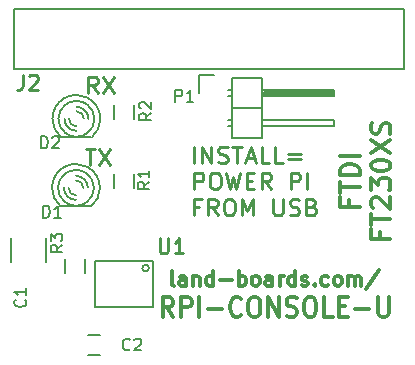
<source format=gto>
G04 #@! TF.FileFunction,Legend,Top*
%FSLAX46Y46*%
G04 Gerber Fmt 4.6, Leading zero omitted, Abs format (unit mm)*
G04 Created by KiCad (PCBNEW (after 2015-mar-04 BZR unknown)-product) date 12/20/2015 2:42:08 PM*
%MOMM*%
G01*
G04 APERTURE LIST*
%ADD10C,0.150000*%
%ADD11C,0.254000*%
%ADD12C,0.300000*%
%ADD13C,0.127000*%
%ADD14C,0.203200*%
G04 APERTURE END LIST*
D10*
D11*
X6663048Y-12424976D02*
X7461333Y-12424976D01*
X7062190Y-13821976D02*
X7062190Y-12424976D01*
X7793952Y-12424976D02*
X8725286Y-13821976D01*
X8725286Y-12424976D02*
X7793952Y-13821976D01*
X7680905Y-7721976D02*
X7215238Y-7056738D01*
X6882619Y-7721976D02*
X6882619Y-6324976D01*
X7414810Y-6324976D01*
X7547857Y-6391500D01*
X7614381Y-6458024D01*
X7680905Y-6591071D01*
X7680905Y-6790643D01*
X7614381Y-6923690D01*
X7547857Y-6990214D01*
X7414810Y-7056738D01*
X6882619Y-7056738D01*
X8146571Y-6324976D02*
X9077905Y-7721976D01*
X9077905Y-6324976D02*
X8146571Y-7721976D01*
D12*
X28996371Y-16791690D02*
X28996371Y-17342024D01*
X29861181Y-17342024D02*
X28210181Y-17342024D01*
X28210181Y-16555833D01*
X28210181Y-16162738D02*
X28210181Y-15219309D01*
X29861181Y-15691024D02*
X28210181Y-15691024D01*
X29861181Y-14668976D02*
X28210181Y-14668976D01*
X28210181Y-14275881D01*
X28288800Y-14040023D01*
X28446038Y-13882785D01*
X28603276Y-13804166D01*
X28917752Y-13725547D01*
X29153610Y-13725547D01*
X29468086Y-13804166D01*
X29625324Y-13882785D01*
X29782562Y-14040023D01*
X29861181Y-14275881D01*
X29861181Y-14668976D01*
X29861181Y-13017976D02*
X28210181Y-13017976D01*
X31607771Y-19504047D02*
X31607771Y-20054381D01*
X32472581Y-20054381D02*
X30821581Y-20054381D01*
X30821581Y-19268190D01*
X30821581Y-18875095D02*
X30821581Y-17931666D01*
X32472581Y-18403381D02*
X30821581Y-18403381D01*
X30978819Y-17459952D02*
X30900200Y-17381333D01*
X30821581Y-17224095D01*
X30821581Y-16830999D01*
X30900200Y-16673761D01*
X30978819Y-16595142D01*
X31136057Y-16516523D01*
X31293295Y-16516523D01*
X31529152Y-16595142D01*
X32472581Y-17538571D01*
X32472581Y-16516523D01*
X30821581Y-15966190D02*
X30821581Y-14944142D01*
X31450533Y-15494476D01*
X31450533Y-15258618D01*
X31529152Y-15101380D01*
X31607771Y-15022761D01*
X31765010Y-14944142D01*
X32158105Y-14944142D01*
X32315343Y-15022761D01*
X32393962Y-15101380D01*
X32472581Y-15258618D01*
X32472581Y-15730333D01*
X32393962Y-15887571D01*
X32315343Y-15966190D01*
X30821581Y-13922095D02*
X30821581Y-13764856D01*
X30900200Y-13607618D01*
X30978819Y-13528999D01*
X31136057Y-13450380D01*
X31450533Y-13371761D01*
X31843629Y-13371761D01*
X32158105Y-13450380D01*
X32315343Y-13528999D01*
X32393962Y-13607618D01*
X32472581Y-13764856D01*
X32472581Y-13922095D01*
X32393962Y-14079333D01*
X32315343Y-14157952D01*
X32158105Y-14236571D01*
X31843629Y-14315190D01*
X31450533Y-14315190D01*
X31136057Y-14236571D01*
X30978819Y-14157952D01*
X30900200Y-14079333D01*
X30821581Y-13922095D01*
X30821581Y-12821428D02*
X32472581Y-11720761D01*
X30821581Y-11720761D02*
X32472581Y-12821428D01*
X32393962Y-11170428D02*
X32472581Y-10934571D01*
X32472581Y-10541475D01*
X32393962Y-10384237D01*
X32315343Y-10305618D01*
X32158105Y-10226999D01*
X32000867Y-10226999D01*
X31843629Y-10305618D01*
X31765010Y-10384237D01*
X31686390Y-10541475D01*
X31607771Y-10855952D01*
X31529152Y-11013190D01*
X31450533Y-11091809D01*
X31293295Y-11170428D01*
X31136057Y-11170428D01*
X30978819Y-11091809D01*
X30900200Y-11013190D01*
X30821581Y-10855952D01*
X30821581Y-10462856D01*
X30900200Y-10226999D01*
D11*
X15832619Y-13652176D02*
X15832619Y-12255176D01*
X16497857Y-13652176D02*
X16497857Y-12255176D01*
X17296143Y-13652176D01*
X17296143Y-12255176D01*
X17894857Y-13585652D02*
X18094429Y-13652176D01*
X18427048Y-13652176D01*
X18560095Y-13585652D01*
X18626619Y-13519129D01*
X18693143Y-13386081D01*
X18693143Y-13253033D01*
X18626619Y-13119986D01*
X18560095Y-13053462D01*
X18427048Y-12986938D01*
X18160952Y-12920414D01*
X18027905Y-12853890D01*
X17961381Y-12787367D01*
X17894857Y-12654319D01*
X17894857Y-12521271D01*
X17961381Y-12388224D01*
X18027905Y-12321700D01*
X18160952Y-12255176D01*
X18493572Y-12255176D01*
X18693143Y-12321700D01*
X19092286Y-12255176D02*
X19890571Y-12255176D01*
X19491428Y-13652176D02*
X19491428Y-12255176D01*
X20289714Y-13253033D02*
X20954952Y-13253033D01*
X20156667Y-13652176D02*
X20622333Y-12255176D01*
X21088000Y-13652176D01*
X22218905Y-13652176D02*
X21553667Y-13652176D01*
X21553667Y-12255176D01*
X23349810Y-13652176D02*
X22684572Y-13652176D01*
X22684572Y-12255176D01*
X23815477Y-12920414D02*
X24879858Y-12920414D01*
X24879858Y-13319557D02*
X23815477Y-13319557D01*
X15832619Y-15861976D02*
X15832619Y-14464976D01*
X16364810Y-14464976D01*
X16497857Y-14531500D01*
X16564381Y-14598024D01*
X16630905Y-14731071D01*
X16630905Y-14930643D01*
X16564381Y-15063690D01*
X16497857Y-15130214D01*
X16364810Y-15196738D01*
X15832619Y-15196738D01*
X17495714Y-14464976D02*
X17761810Y-14464976D01*
X17894857Y-14531500D01*
X18027905Y-14664548D01*
X18094429Y-14930643D01*
X18094429Y-15396310D01*
X18027905Y-15662405D01*
X17894857Y-15795452D01*
X17761810Y-15861976D01*
X17495714Y-15861976D01*
X17362667Y-15795452D01*
X17229619Y-15662405D01*
X17163095Y-15396310D01*
X17163095Y-14930643D01*
X17229619Y-14664548D01*
X17362667Y-14531500D01*
X17495714Y-14464976D01*
X18560095Y-14464976D02*
X18892714Y-15861976D01*
X19158810Y-14864119D01*
X19424905Y-15861976D01*
X19757524Y-14464976D01*
X20289714Y-15130214D02*
X20755381Y-15130214D01*
X20954952Y-15861976D02*
X20289714Y-15861976D01*
X20289714Y-14464976D01*
X20954952Y-14464976D01*
X22351952Y-15861976D02*
X21886285Y-15196738D01*
X21553666Y-15861976D02*
X21553666Y-14464976D01*
X22085857Y-14464976D01*
X22218904Y-14531500D01*
X22285428Y-14598024D01*
X22351952Y-14731071D01*
X22351952Y-14930643D01*
X22285428Y-15063690D01*
X22218904Y-15130214D01*
X22085857Y-15196738D01*
X21553666Y-15196738D01*
X24015047Y-15861976D02*
X24015047Y-14464976D01*
X24547238Y-14464976D01*
X24680285Y-14531500D01*
X24746809Y-14598024D01*
X24813333Y-14731071D01*
X24813333Y-14930643D01*
X24746809Y-15063690D01*
X24680285Y-15130214D01*
X24547238Y-15196738D01*
X24015047Y-15196738D01*
X25412047Y-15861976D02*
X25412047Y-14464976D01*
X16298286Y-17340014D02*
X15832619Y-17340014D01*
X15832619Y-18071776D02*
X15832619Y-16674776D01*
X16497857Y-16674776D01*
X17828334Y-18071776D02*
X17362667Y-17406538D01*
X17030048Y-18071776D02*
X17030048Y-16674776D01*
X17562239Y-16674776D01*
X17695286Y-16741300D01*
X17761810Y-16807824D01*
X17828334Y-16940871D01*
X17828334Y-17140443D01*
X17761810Y-17273490D01*
X17695286Y-17340014D01*
X17562239Y-17406538D01*
X17030048Y-17406538D01*
X18693143Y-16674776D02*
X18959239Y-16674776D01*
X19092286Y-16741300D01*
X19225334Y-16874348D01*
X19291858Y-17140443D01*
X19291858Y-17606110D01*
X19225334Y-17872205D01*
X19092286Y-18005252D01*
X18959239Y-18071776D01*
X18693143Y-18071776D01*
X18560096Y-18005252D01*
X18427048Y-17872205D01*
X18360524Y-17606110D01*
X18360524Y-17140443D01*
X18427048Y-16874348D01*
X18560096Y-16741300D01*
X18693143Y-16674776D01*
X19890572Y-18071776D02*
X19890572Y-16674776D01*
X20356239Y-17672633D01*
X20821905Y-16674776D01*
X20821905Y-18071776D01*
X22551524Y-16674776D02*
X22551524Y-17805681D01*
X22618048Y-17938729D01*
X22684572Y-18005252D01*
X22817619Y-18071776D01*
X23083715Y-18071776D01*
X23216762Y-18005252D01*
X23283286Y-17938729D01*
X23349810Y-17805681D01*
X23349810Y-16674776D01*
X23948524Y-18005252D02*
X24148096Y-18071776D01*
X24480715Y-18071776D01*
X24613762Y-18005252D01*
X24680286Y-17938729D01*
X24746810Y-17805681D01*
X24746810Y-17672633D01*
X24680286Y-17539586D01*
X24613762Y-17473062D01*
X24480715Y-17406538D01*
X24214619Y-17340014D01*
X24081572Y-17273490D01*
X24015048Y-17206967D01*
X23948524Y-17073919D01*
X23948524Y-16940871D01*
X24015048Y-16807824D01*
X24081572Y-16741300D01*
X24214619Y-16674776D01*
X24547239Y-16674776D01*
X24746810Y-16741300D01*
X25811191Y-17340014D02*
X26010762Y-17406538D01*
X26077286Y-17473062D01*
X26143810Y-17606110D01*
X26143810Y-17805681D01*
X26077286Y-17938729D01*
X26010762Y-18005252D01*
X25877715Y-18071776D01*
X25345524Y-18071776D01*
X25345524Y-16674776D01*
X25811191Y-16674776D01*
X25944238Y-16741300D01*
X26010762Y-16807824D01*
X26077286Y-16940871D01*
X26077286Y-17073919D01*
X26010762Y-17206967D01*
X25944238Y-17273490D01*
X25811191Y-17340014D01*
X25345524Y-17340014D01*
D12*
X14133095Y-24044524D02*
X14012142Y-23984048D01*
X13951666Y-23863095D01*
X13951666Y-22774524D01*
X15161190Y-24044524D02*
X15161190Y-23379286D01*
X15100713Y-23258333D01*
X14979761Y-23197857D01*
X14737856Y-23197857D01*
X14616904Y-23258333D01*
X15161190Y-23984048D02*
X15040237Y-24044524D01*
X14737856Y-24044524D01*
X14616904Y-23984048D01*
X14556428Y-23863095D01*
X14556428Y-23742143D01*
X14616904Y-23621190D01*
X14737856Y-23560714D01*
X15040237Y-23560714D01*
X15161190Y-23500238D01*
X15765952Y-23197857D02*
X15765952Y-24044524D01*
X15765952Y-23318810D02*
X15826428Y-23258333D01*
X15947381Y-23197857D01*
X16128809Y-23197857D01*
X16249761Y-23258333D01*
X16310238Y-23379286D01*
X16310238Y-24044524D01*
X17459286Y-24044524D02*
X17459286Y-22774524D01*
X17459286Y-23984048D02*
X17338333Y-24044524D01*
X17096429Y-24044524D01*
X16975476Y-23984048D01*
X16915000Y-23923571D01*
X16854524Y-23802619D01*
X16854524Y-23439762D01*
X16915000Y-23318810D01*
X16975476Y-23258333D01*
X17096429Y-23197857D01*
X17338333Y-23197857D01*
X17459286Y-23258333D01*
X18064048Y-23560714D02*
X19031667Y-23560714D01*
X19636429Y-24044524D02*
X19636429Y-22774524D01*
X19636429Y-23258333D02*
X19757381Y-23197857D01*
X19999286Y-23197857D01*
X20120238Y-23258333D01*
X20180715Y-23318810D01*
X20241191Y-23439762D01*
X20241191Y-23802619D01*
X20180715Y-23923571D01*
X20120238Y-23984048D01*
X19999286Y-24044524D01*
X19757381Y-24044524D01*
X19636429Y-23984048D01*
X20966906Y-24044524D02*
X20845953Y-23984048D01*
X20785477Y-23923571D01*
X20725001Y-23802619D01*
X20725001Y-23439762D01*
X20785477Y-23318810D01*
X20845953Y-23258333D01*
X20966906Y-23197857D01*
X21148334Y-23197857D01*
X21269286Y-23258333D01*
X21329763Y-23318810D01*
X21390239Y-23439762D01*
X21390239Y-23802619D01*
X21329763Y-23923571D01*
X21269286Y-23984048D01*
X21148334Y-24044524D01*
X20966906Y-24044524D01*
X22478811Y-24044524D02*
X22478811Y-23379286D01*
X22418334Y-23258333D01*
X22297382Y-23197857D01*
X22055477Y-23197857D01*
X21934525Y-23258333D01*
X22478811Y-23984048D02*
X22357858Y-24044524D01*
X22055477Y-24044524D01*
X21934525Y-23984048D01*
X21874049Y-23863095D01*
X21874049Y-23742143D01*
X21934525Y-23621190D01*
X22055477Y-23560714D01*
X22357858Y-23560714D01*
X22478811Y-23500238D01*
X23083573Y-24044524D02*
X23083573Y-23197857D01*
X23083573Y-23439762D02*
X23144049Y-23318810D01*
X23204525Y-23258333D01*
X23325478Y-23197857D01*
X23446430Y-23197857D01*
X24414049Y-24044524D02*
X24414049Y-22774524D01*
X24414049Y-23984048D02*
X24293096Y-24044524D01*
X24051192Y-24044524D01*
X23930239Y-23984048D01*
X23869763Y-23923571D01*
X23809287Y-23802619D01*
X23809287Y-23439762D01*
X23869763Y-23318810D01*
X23930239Y-23258333D01*
X24051192Y-23197857D01*
X24293096Y-23197857D01*
X24414049Y-23258333D01*
X24958335Y-23984048D02*
X25079287Y-24044524D01*
X25321192Y-24044524D01*
X25442144Y-23984048D01*
X25502620Y-23863095D01*
X25502620Y-23802619D01*
X25442144Y-23681667D01*
X25321192Y-23621190D01*
X25139763Y-23621190D01*
X25018811Y-23560714D01*
X24958335Y-23439762D01*
X24958335Y-23379286D01*
X25018811Y-23258333D01*
X25139763Y-23197857D01*
X25321192Y-23197857D01*
X25442144Y-23258333D01*
X26046906Y-23923571D02*
X26107382Y-23984048D01*
X26046906Y-24044524D01*
X25986430Y-23984048D01*
X26046906Y-23923571D01*
X26046906Y-24044524D01*
X27195954Y-23984048D02*
X27075001Y-24044524D01*
X26833097Y-24044524D01*
X26712144Y-23984048D01*
X26651668Y-23923571D01*
X26591192Y-23802619D01*
X26591192Y-23439762D01*
X26651668Y-23318810D01*
X26712144Y-23258333D01*
X26833097Y-23197857D01*
X27075001Y-23197857D01*
X27195954Y-23258333D01*
X27921668Y-24044524D02*
X27800715Y-23984048D01*
X27740239Y-23923571D01*
X27679763Y-23802619D01*
X27679763Y-23439762D01*
X27740239Y-23318810D01*
X27800715Y-23258333D01*
X27921668Y-23197857D01*
X28103096Y-23197857D01*
X28224048Y-23258333D01*
X28284525Y-23318810D01*
X28345001Y-23439762D01*
X28345001Y-23802619D01*
X28284525Y-23923571D01*
X28224048Y-23984048D01*
X28103096Y-24044524D01*
X27921668Y-24044524D01*
X28889287Y-24044524D02*
X28889287Y-23197857D01*
X28889287Y-23318810D02*
X28949763Y-23258333D01*
X29070716Y-23197857D01*
X29252144Y-23197857D01*
X29373096Y-23258333D01*
X29433573Y-23379286D01*
X29433573Y-24044524D01*
X29433573Y-23379286D02*
X29494049Y-23258333D01*
X29615001Y-23197857D01*
X29796430Y-23197857D01*
X29917382Y-23258333D01*
X29977858Y-23379286D01*
X29977858Y-24044524D01*
X31489763Y-22714048D02*
X30401191Y-24346905D01*
X14077380Y-26656881D02*
X13560713Y-25870690D01*
X13191666Y-26656881D02*
X13191666Y-25005881D01*
X13782142Y-25005881D01*
X13929761Y-25084500D01*
X14003570Y-25163119D01*
X14077380Y-25320357D01*
X14077380Y-25556214D01*
X14003570Y-25713452D01*
X13929761Y-25792071D01*
X13782142Y-25870690D01*
X13191666Y-25870690D01*
X14741666Y-26656881D02*
X14741666Y-25005881D01*
X15332142Y-25005881D01*
X15479761Y-25084500D01*
X15553570Y-25163119D01*
X15627380Y-25320357D01*
X15627380Y-25556214D01*
X15553570Y-25713452D01*
X15479761Y-25792071D01*
X15332142Y-25870690D01*
X14741666Y-25870690D01*
X16291666Y-26656881D02*
X16291666Y-25005881D01*
X17029761Y-26027929D02*
X18210713Y-26027929D01*
X19834523Y-26499643D02*
X19760713Y-26578262D01*
X19539285Y-26656881D01*
X19391666Y-26656881D01*
X19170237Y-26578262D01*
X19022618Y-26421024D01*
X18948809Y-26263786D01*
X18874999Y-25949310D01*
X18874999Y-25713452D01*
X18948809Y-25398976D01*
X19022618Y-25241738D01*
X19170237Y-25084500D01*
X19391666Y-25005881D01*
X19539285Y-25005881D01*
X19760713Y-25084500D01*
X19834523Y-25163119D01*
X20794047Y-25005881D02*
X21089285Y-25005881D01*
X21236904Y-25084500D01*
X21384523Y-25241738D01*
X21458332Y-25556214D01*
X21458332Y-26106548D01*
X21384523Y-26421024D01*
X21236904Y-26578262D01*
X21089285Y-26656881D01*
X20794047Y-26656881D01*
X20646428Y-26578262D01*
X20498809Y-26421024D01*
X20424999Y-26106548D01*
X20424999Y-25556214D01*
X20498809Y-25241738D01*
X20646428Y-25084500D01*
X20794047Y-25005881D01*
X22122619Y-26656881D02*
X22122619Y-25005881D01*
X23008333Y-26656881D01*
X23008333Y-25005881D01*
X23672619Y-26578262D02*
X23894048Y-26656881D01*
X24263095Y-26656881D01*
X24410714Y-26578262D01*
X24484524Y-26499643D01*
X24558333Y-26342405D01*
X24558333Y-26185167D01*
X24484524Y-26027929D01*
X24410714Y-25949310D01*
X24263095Y-25870690D01*
X23967857Y-25792071D01*
X23820238Y-25713452D01*
X23746429Y-25634833D01*
X23672619Y-25477595D01*
X23672619Y-25320357D01*
X23746429Y-25163119D01*
X23820238Y-25084500D01*
X23967857Y-25005881D01*
X24336905Y-25005881D01*
X24558333Y-25084500D01*
X25517857Y-25005881D02*
X25813095Y-25005881D01*
X25960714Y-25084500D01*
X26108333Y-25241738D01*
X26182142Y-25556214D01*
X26182142Y-26106548D01*
X26108333Y-26421024D01*
X25960714Y-26578262D01*
X25813095Y-26656881D01*
X25517857Y-26656881D01*
X25370238Y-26578262D01*
X25222619Y-26421024D01*
X25148809Y-26106548D01*
X25148809Y-25556214D01*
X25222619Y-25241738D01*
X25370238Y-25084500D01*
X25517857Y-25005881D01*
X27584524Y-26656881D02*
X26846429Y-26656881D01*
X26846429Y-25005881D01*
X28101191Y-25792071D02*
X28617857Y-25792071D01*
X28839286Y-26656881D02*
X28101191Y-26656881D01*
X28101191Y-25005881D01*
X28839286Y-25005881D01*
X29503572Y-26027929D02*
X30684524Y-26027929D01*
X31422620Y-25005881D02*
X31422620Y-26342405D01*
X31496429Y-26499643D01*
X31570239Y-26578262D01*
X31717858Y-26656881D01*
X32013096Y-26656881D01*
X32160715Y-26578262D01*
X32234524Y-26499643D01*
X32308334Y-26342405D01*
X32308334Y-25005881D01*
D10*
X325000Y-20000000D02*
X325000Y-22000000D01*
X3275000Y-22000000D02*
X3275000Y-20000000D01*
D13*
X12382500Y-21907500D02*
X7429500Y-21907500D01*
X7429500Y-21907500D02*
X7429500Y-25844500D01*
X7429500Y-25844500D02*
X12382500Y-25844500D01*
X12382500Y-25844500D02*
X12382500Y-21907500D01*
X12031481Y-22542500D02*
G75*
G03X12031481Y-22542500I-283981J0D01*
G01*
D14*
X635000Y-5715000D02*
X33655000Y-5715000D01*
X33655000Y-635000D02*
X635000Y-635000D01*
X635000Y-635000D02*
X635000Y-5715000D01*
X33655000Y-5715000D02*
X33655000Y-635000D01*
D10*
X4572000Y-17322800D02*
X7112000Y-17322800D01*
X6817527Y-14577136D02*
G75*
G03X5842000Y-14224000I-975527J-1170864D01*
G01*
X5841531Y-14225889D02*
G75*
G03X4831080Y-14610080I469J-1522111D01*
G01*
X5842034Y-17270147D02*
G75*
G03X6832600Y-16903700I-34J1522147D01*
G01*
X4866473Y-16918864D02*
G75*
G03X5842000Y-17272000I975527J1170864D01*
G01*
X6729155Y-16987166D02*
G75*
G03X7366000Y-15748000I-887155J1239166D01*
G01*
X7366000Y-15747199D02*
G75*
G03X6756400Y-14528800I-1524000J-801D01*
G01*
X4319794Y-15748442D02*
G75*
G03X4907280Y-16949420I1522206J442D01*
G01*
X4905829Y-14545436D02*
G75*
G03X4318000Y-15748000I936171J-1202564D01*
G01*
X6477000Y-15748000D02*
G75*
G03X5842000Y-15113000I-635000J0D01*
G01*
X6858000Y-15748000D02*
G75*
G03X5842000Y-14732000I-1016000J0D01*
G01*
X5207000Y-15748000D02*
G75*
G03X5842000Y-16383000I635000J0D01*
G01*
X4826000Y-15748000D02*
G75*
G03X5842000Y-16764000I1016000J0D01*
G01*
X7145426Y-17306880D02*
G75*
G03X7874000Y-15748000I-1303426J1558880D01*
G01*
X7871460Y-15747025D02*
G75*
G03X6797040Y-13957300I-2029460J-975D01*
G01*
X3812614Y-15750552D02*
G75*
G03X4531360Y-17297400I2029386J2552D01*
G01*
X4832149Y-13984701D02*
G75*
G03X3810000Y-15748000I1009851J-1763299D01*
G01*
X6805347Y-13958870D02*
G75*
G03X5842000Y-13716000I-963347J-1789130D01*
G01*
X5841900Y-13717077D02*
G75*
G03X4777740Y-14018260I100J-2030923D01*
G01*
X4610000Y-11478800D02*
X7150000Y-11478800D01*
X6855527Y-8733136D02*
G75*
G03X5880000Y-8380000I-975527J-1170864D01*
G01*
X5879531Y-8381889D02*
G75*
G03X4869080Y-8766080I469J-1522111D01*
G01*
X5880034Y-11426147D02*
G75*
G03X6870600Y-11059700I-34J1522147D01*
G01*
X4904473Y-11074864D02*
G75*
G03X5880000Y-11428000I975527J1170864D01*
G01*
X6767155Y-11143166D02*
G75*
G03X7404000Y-9904000I-887155J1239166D01*
G01*
X7404000Y-9903199D02*
G75*
G03X6794400Y-8684800I-1524000J-801D01*
G01*
X4357794Y-9904442D02*
G75*
G03X4945280Y-11105420I1522206J442D01*
G01*
X4943829Y-8701436D02*
G75*
G03X4356000Y-9904000I936171J-1202564D01*
G01*
X6515000Y-9904000D02*
G75*
G03X5880000Y-9269000I-635000J0D01*
G01*
X6896000Y-9904000D02*
G75*
G03X5880000Y-8888000I-1016000J0D01*
G01*
X5245000Y-9904000D02*
G75*
G03X5880000Y-10539000I635000J0D01*
G01*
X4864000Y-9904000D02*
G75*
G03X5880000Y-10920000I1016000J0D01*
G01*
X7183426Y-11462880D02*
G75*
G03X7912000Y-9904000I-1303426J1558880D01*
G01*
X7909460Y-9903025D02*
G75*
G03X6835040Y-8113300I-2029460J-975D01*
G01*
X3850614Y-9906552D02*
G75*
G03X4569360Y-11453400I2029386J2552D01*
G01*
X4870149Y-8140701D02*
G75*
G03X3848000Y-9904000I1009851J-1763299D01*
G01*
X6843347Y-8114870D02*
G75*
G03X5880000Y-7872000I-963347J-1789130D01*
G01*
X5879900Y-7873077D02*
G75*
G03X4815740Y-8174260I100J-2030923D01*
G01*
X6635000Y-21740000D02*
X6635000Y-22940000D01*
X4885000Y-22940000D02*
X4885000Y-21740000D01*
X6866000Y-29933000D02*
X7866000Y-29933000D01*
X7866000Y-28233000D02*
X6866000Y-28233000D01*
X10781000Y-14576500D02*
X10781000Y-15776500D01*
X9031000Y-15776500D02*
X9031000Y-14576500D01*
X10781000Y-8734500D02*
X10781000Y-9934500D01*
X9031000Y-9934500D02*
X9031000Y-8734500D01*
X16250000Y-6180000D02*
X16250000Y-7730000D01*
X17550000Y-6180000D02*
X16250000Y-6180000D01*
X21741000Y-7603000D02*
X27583000Y-7603000D01*
X27583000Y-7603000D02*
X27583000Y-7857000D01*
X27583000Y-7857000D02*
X21741000Y-7857000D01*
X21741000Y-7857000D02*
X21741000Y-7730000D01*
X21741000Y-7730000D02*
X27583000Y-7730000D01*
X19074000Y-7476000D02*
X18693000Y-7476000D01*
X19074000Y-7984000D02*
X18693000Y-7984000D01*
X19074000Y-10016000D02*
X18693000Y-10016000D01*
X19074000Y-10524000D02*
X18693000Y-10524000D01*
X19074000Y-6460000D02*
X21614000Y-6460000D01*
X19074000Y-9000000D02*
X21614000Y-9000000D01*
X19074000Y-9000000D02*
X19074000Y-11540000D01*
X19074000Y-11540000D02*
X21614000Y-11540000D01*
X21614000Y-10016000D02*
X27710000Y-10016000D01*
X27710000Y-10016000D02*
X27710000Y-10524000D01*
X27710000Y-10524000D02*
X21614000Y-10524000D01*
X21614000Y-11540000D02*
X21614000Y-9000000D01*
X21614000Y-9000000D02*
X21614000Y-6460000D01*
X27710000Y-7984000D02*
X21614000Y-7984000D01*
X27710000Y-7476000D02*
X27710000Y-7984000D01*
X21614000Y-7476000D02*
X27710000Y-7476000D01*
X19074000Y-9000000D02*
X21614000Y-9000000D01*
X19074000Y-6460000D02*
X19074000Y-9000000D01*
X1537143Y-25216666D02*
X1584762Y-25264285D01*
X1632381Y-25407142D01*
X1632381Y-25502380D01*
X1584762Y-25645238D01*
X1489524Y-25740476D01*
X1394286Y-25788095D01*
X1203810Y-25835714D01*
X1060952Y-25835714D01*
X870476Y-25788095D01*
X775238Y-25740476D01*
X680000Y-25645238D01*
X632381Y-25502380D01*
X632381Y-25407142D01*
X680000Y-25264285D01*
X727619Y-25216666D01*
X1632381Y-24264285D02*
X1632381Y-24835714D01*
X1632381Y-24550000D02*
X632381Y-24550000D01*
X775238Y-24645238D01*
X870476Y-24740476D01*
X918095Y-24835714D01*
D11*
X12924381Y-20030524D02*
X12924381Y-21058619D01*
X12984857Y-21179571D01*
X13045333Y-21240048D01*
X13166286Y-21300524D01*
X13408190Y-21300524D01*
X13529143Y-21240048D01*
X13589619Y-21179571D01*
X13650095Y-21058619D01*
X13650095Y-20030524D01*
X14920095Y-21300524D02*
X14194381Y-21300524D01*
X14557238Y-21300524D02*
X14557238Y-20030524D01*
X14436286Y-20211952D01*
X14315333Y-20332905D01*
X14194381Y-20393381D01*
X1354667Y-6162524D02*
X1354667Y-7069667D01*
X1294191Y-7251095D01*
X1173239Y-7372048D01*
X991810Y-7432524D01*
X870858Y-7432524D01*
X1898953Y-6283476D02*
X1959429Y-6223000D01*
X2080381Y-6162524D01*
X2382762Y-6162524D01*
X2503715Y-6223000D01*
X2564191Y-6283476D01*
X2624667Y-6404429D01*
X2624667Y-6525381D01*
X2564191Y-6706810D01*
X1838477Y-7432524D01*
X2624667Y-7432524D01*
D10*
X3061905Y-18262381D02*
X3061905Y-17262381D01*
X3300000Y-17262381D01*
X3442858Y-17310000D01*
X3538096Y-17405238D01*
X3585715Y-17500476D01*
X3633334Y-17690952D01*
X3633334Y-17833810D01*
X3585715Y-18024286D01*
X3538096Y-18119524D01*
X3442858Y-18214762D01*
X3300000Y-18262381D01*
X3061905Y-18262381D01*
X4585715Y-18262381D02*
X4014286Y-18262381D01*
X4300000Y-18262381D02*
X4300000Y-17262381D01*
X4204762Y-17405238D01*
X4109524Y-17500476D01*
X4014286Y-17548095D01*
X2891905Y-12392381D02*
X2891905Y-11392381D01*
X3130000Y-11392381D01*
X3272858Y-11440000D01*
X3368096Y-11535238D01*
X3415715Y-11630476D01*
X3463334Y-11820952D01*
X3463334Y-11963810D01*
X3415715Y-12154286D01*
X3368096Y-12249524D01*
X3272858Y-12344762D01*
X3130000Y-12392381D01*
X2891905Y-12392381D01*
X3844286Y-11487619D02*
X3891905Y-11440000D01*
X3987143Y-11392381D01*
X4225239Y-11392381D01*
X4320477Y-11440000D01*
X4368096Y-11487619D01*
X4415715Y-11582857D01*
X4415715Y-11678095D01*
X4368096Y-11820952D01*
X3796667Y-12392381D01*
X4415715Y-12392381D01*
X4702381Y-20576666D02*
X4226190Y-20910000D01*
X4702381Y-21148095D02*
X3702381Y-21148095D01*
X3702381Y-20767142D01*
X3750000Y-20671904D01*
X3797619Y-20624285D01*
X3892857Y-20576666D01*
X4035714Y-20576666D01*
X4130952Y-20624285D01*
X4178571Y-20671904D01*
X4226190Y-20767142D01*
X4226190Y-21148095D01*
X3702381Y-20243333D02*
X3702381Y-19624285D01*
X4083333Y-19957619D01*
X4083333Y-19814761D01*
X4130952Y-19719523D01*
X4178571Y-19671904D01*
X4273810Y-19624285D01*
X4511905Y-19624285D01*
X4607143Y-19671904D01*
X4654762Y-19719523D01*
X4702381Y-19814761D01*
X4702381Y-20100476D01*
X4654762Y-20195714D01*
X4607143Y-20243333D01*
X10403334Y-29417143D02*
X10355715Y-29464762D01*
X10212858Y-29512381D01*
X10117620Y-29512381D01*
X9974762Y-29464762D01*
X9879524Y-29369524D01*
X9831905Y-29274286D01*
X9784286Y-29083810D01*
X9784286Y-28940952D01*
X9831905Y-28750476D01*
X9879524Y-28655238D01*
X9974762Y-28560000D01*
X10117620Y-28512381D01*
X10212858Y-28512381D01*
X10355715Y-28560000D01*
X10403334Y-28607619D01*
X10784286Y-28607619D02*
X10831905Y-28560000D01*
X10927143Y-28512381D01*
X11165239Y-28512381D01*
X11260477Y-28560000D01*
X11308096Y-28607619D01*
X11355715Y-28702857D01*
X11355715Y-28798095D01*
X11308096Y-28940952D01*
X10736667Y-29512381D01*
X11355715Y-29512381D01*
X12062381Y-15236666D02*
X11586190Y-15570000D01*
X12062381Y-15808095D02*
X11062381Y-15808095D01*
X11062381Y-15427142D01*
X11110000Y-15331904D01*
X11157619Y-15284285D01*
X11252857Y-15236666D01*
X11395714Y-15236666D01*
X11490952Y-15284285D01*
X11538571Y-15331904D01*
X11586190Y-15427142D01*
X11586190Y-15808095D01*
X12062381Y-14284285D02*
X12062381Y-14855714D01*
X12062381Y-14570000D02*
X11062381Y-14570000D01*
X11205238Y-14665238D01*
X11300476Y-14760476D01*
X11348095Y-14855714D01*
X12212381Y-9406666D02*
X11736190Y-9740000D01*
X12212381Y-9978095D02*
X11212381Y-9978095D01*
X11212381Y-9597142D01*
X11260000Y-9501904D01*
X11307619Y-9454285D01*
X11402857Y-9406666D01*
X11545714Y-9406666D01*
X11640952Y-9454285D01*
X11688571Y-9501904D01*
X11736190Y-9597142D01*
X11736190Y-9978095D01*
X11307619Y-9025714D02*
X11260000Y-8978095D01*
X11212381Y-8882857D01*
X11212381Y-8644761D01*
X11260000Y-8549523D01*
X11307619Y-8501904D01*
X11402857Y-8454285D01*
X11498095Y-8454285D01*
X11640952Y-8501904D01*
X12212381Y-9073333D01*
X12212381Y-8454285D01*
X14261905Y-8452381D02*
X14261905Y-7452381D01*
X14642858Y-7452381D01*
X14738096Y-7500000D01*
X14785715Y-7547619D01*
X14833334Y-7642857D01*
X14833334Y-7785714D01*
X14785715Y-7880952D01*
X14738096Y-7928571D01*
X14642858Y-7976190D01*
X14261905Y-7976190D01*
X15785715Y-8452381D02*
X15214286Y-8452381D01*
X15500000Y-8452381D02*
X15500000Y-7452381D01*
X15404762Y-7595238D01*
X15309524Y-7690476D01*
X15214286Y-7738095D01*
M02*

</source>
